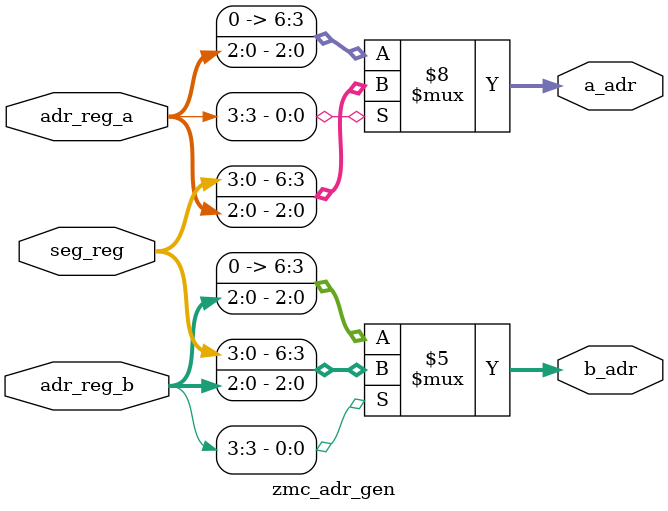
<source format=v>

module zmc_adr_gen (
	seg_reg,
	adr_reg_a,
	adr_reg_b,
	a_adr,
	b_adr
);

parameter seg_reg_wl	= 4;	// segment register width
parameter adr_reg_wl	= 4;	// address register width
parameter ram_adr_wl 	= seg_reg_wl + adr_reg_wl -1; 	// RAM address width, 7 from documentation 

input	[seg_reg_wl-1:0] 	seg_reg;	// segment register
input	[adr_reg_wl-1:0] 	adr_reg_a;	// address register A
input	[adr_reg_wl-1:0] 	adr_reg_b;	// address register B
output	[ram_adr_wl-1:0] 	a_adr;		// ram address A
output	[ram_adr_wl-1:0] 	b_adr;		// ram address B

reg		[ram_adr_wl-1:0] 	a_adr;		// ram address A
reg		[ram_adr_wl-1:0] 	b_adr;		// ram address B

always @ (*)
	begin
		if(adr_reg_a[adr_reg_wl-1] == 0)		// highest bit of adr_reg
			begin	// lower addresses
				a_adr = {4'b0000,adr_reg_a[adr_reg_wl-2:0]};		// 0000 XXX
			end
		else
			begin
				a_adr = {seg_reg,adr_reg_a[adr_reg_wl-2:0]};		// XXXX XXX
			end
			
			
		if(adr_reg_b[adr_reg_wl-1] == 0)		// highest bit of adr_reg
			begin	// lower addresses
				b_adr = {4'b0000,adr_reg_b[adr_reg_wl-2:0]};
			end
		else
			begin
				b_adr = {seg_reg,adr_reg_b[adr_reg_wl-2:0]};		// seg	adr
			end
	end	
	endmodule

</source>
